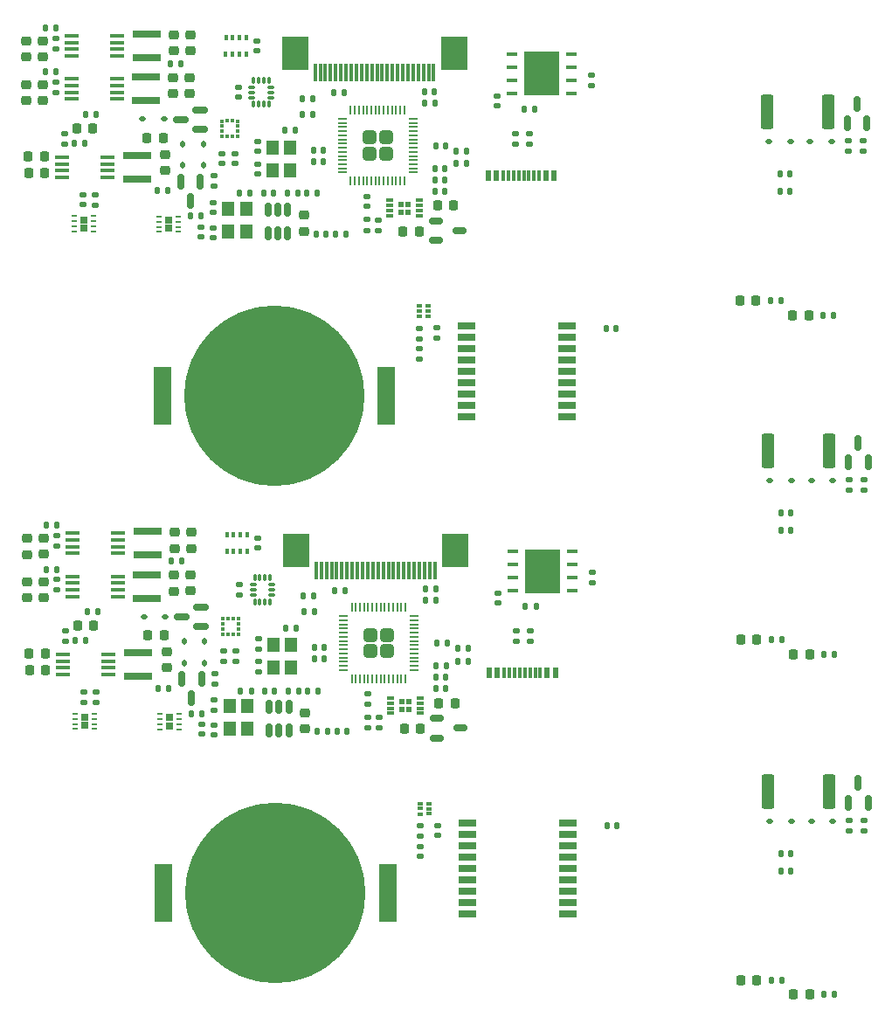
<source format=gbr>
%TF.GenerationSoftware,KiCad,Pcbnew,7.0.5*%
%TF.CreationDate,2024-03-18T15:41:44+09:00*%
%TF.ProjectId,ikafly_rev0a_p,696b6166-6c79-45f7-9265-7630615f702e,rev?*%
%TF.SameCoordinates,Original*%
%TF.FileFunction,Paste,Top*%
%TF.FilePolarity,Positive*%
%FSLAX46Y46*%
G04 Gerber Fmt 4.6, Leading zero omitted, Abs format (unit mm)*
G04 Created by KiCad (PCBNEW 7.0.5) date 2024-03-18 15:41:44*
%MOMM*%
%LPD*%
G01*
G04 APERTURE LIST*
G04 Aperture macros list*
%AMRoundRect*
0 Rectangle with rounded corners*
0 $1 Rounding radius*
0 $2 $3 $4 $5 $6 $7 $8 $9 X,Y pos of 4 corners*
0 Add a 4 corners polygon primitive as box body*
4,1,4,$2,$3,$4,$5,$6,$7,$8,$9,$2,$3,0*
0 Add four circle primitives for the rounded corners*
1,1,$1+$1,$2,$3*
1,1,$1+$1,$4,$5*
1,1,$1+$1,$6,$7*
1,1,$1+$1,$8,$9*
0 Add four rect primitives between the rounded corners*
20,1,$1+$1,$2,$3,$4,$5,0*
20,1,$1+$1,$4,$5,$6,$7,0*
20,1,$1+$1,$6,$7,$8,$9,0*
20,1,$1+$1,$8,$9,$2,$3,0*%
G04 Aperture macros list end*
%ADD10RoundRect,0.150000X0.150000X-0.587500X0.150000X0.587500X-0.150000X0.587500X-0.150000X-0.587500X0*%
%ADD11RoundRect,0.140000X0.140000X0.170000X-0.140000X0.170000X-0.140000X-0.170000X0.140000X-0.170000X0*%
%ADD12RoundRect,0.135000X0.135000X0.185000X-0.135000X0.185000X-0.135000X-0.185000X0.135000X-0.185000X0*%
%ADD13RoundRect,0.112500X0.187500X0.112500X-0.187500X0.112500X-0.187500X-0.112500X0.187500X-0.112500X0*%
%ADD14RoundRect,0.218750X-0.218750X-0.256250X0.218750X-0.256250X0.218750X0.256250X-0.218750X0.256250X0*%
%ADD15RoundRect,0.112500X-0.187500X-0.112500X0.187500X-0.112500X0.187500X0.112500X-0.187500X0.112500X0*%
%ADD16RoundRect,0.135000X-0.185000X0.135000X-0.185000X-0.135000X0.185000X-0.135000X0.185000X0.135000X0*%
%ADD17RoundRect,0.135000X0.185000X-0.135000X0.185000X0.135000X-0.185000X0.135000X-0.185000X-0.135000X0*%
%ADD18RoundRect,0.250000X0.362500X1.425000X-0.362500X1.425000X-0.362500X-1.425000X0.362500X-1.425000X0*%
%ADD19RoundRect,0.140000X-0.140000X-0.170000X0.140000X-0.170000X0.140000X0.170000X-0.140000X0.170000X0*%
%ADD20RoundRect,0.218750X-0.256250X0.218750X-0.256250X-0.218750X0.256250X-0.218750X0.256250X0.218750X0*%
%ADD21RoundRect,0.225000X0.225000X0.250000X-0.225000X0.250000X-0.225000X-0.250000X0.225000X-0.250000X0*%
%ADD22RoundRect,0.112500X0.112500X-0.187500X0.112500X0.187500X-0.112500X0.187500X-0.112500X-0.187500X0*%
%ADD23RoundRect,0.087500X-0.087500X0.225000X-0.087500X-0.225000X0.087500X-0.225000X0.087500X0.225000X0*%
%ADD24RoundRect,0.087500X-0.225000X0.087500X-0.225000X-0.087500X0.225000X-0.087500X0.225000X0.087500X0*%
%ADD25RoundRect,0.135000X-0.135000X-0.185000X0.135000X-0.185000X0.135000X0.185000X-0.135000X0.185000X0*%
%ADD26R,0.500000X0.600000*%
%ADD27R,0.750000X0.300000*%
%ADD28RoundRect,0.140000X-0.170000X0.140000X-0.170000X-0.140000X0.170000X-0.140000X0.170000X0.140000X0*%
%ADD29RoundRect,0.225000X-0.250000X0.225000X-0.250000X-0.225000X0.250000X-0.225000X0.250000X0.225000X0*%
%ADD30RoundRect,0.150000X0.587500X0.150000X-0.587500X0.150000X-0.587500X-0.150000X0.587500X-0.150000X0*%
%ADD31RoundRect,0.140000X0.170000X-0.140000X0.170000X0.140000X-0.170000X0.140000X-0.170000X-0.140000X0*%
%ADD32R,2.700000X0.800000*%
%ADD33RoundRect,0.147500X0.147500X0.172500X-0.147500X0.172500X-0.147500X-0.172500X0.147500X-0.172500X0*%
%ADD34R,1.425000X0.450000*%
%ADD35RoundRect,0.225000X0.250000X-0.225000X0.250000X0.225000X-0.250000X0.225000X-0.250000X-0.225000X0*%
%ADD36RoundRect,0.150000X-0.512500X-0.150000X0.512500X-0.150000X0.512500X0.150000X-0.512500X0.150000X0*%
%ADD37RoundRect,0.150000X0.150000X-0.512500X0.150000X0.512500X-0.150000X0.512500X-0.150000X-0.512500X0*%
%ADD38RoundRect,0.249999X-0.395001X0.395001X-0.395001X-0.395001X0.395001X-0.395001X0.395001X0.395001X0*%
%ADD39RoundRect,0.050000X-0.050000X0.387500X-0.050000X-0.387500X0.050000X-0.387500X0.050000X0.387500X0*%
%ADD40RoundRect,0.050000X-0.387500X0.050000X-0.387500X-0.050000X0.387500X-0.050000X0.387500X0.050000X0*%
%ADD41RoundRect,0.150000X-0.150000X0.587500X-0.150000X-0.587500X0.150000X-0.587500X0.150000X0.587500X0*%
%ADD42RoundRect,0.147500X0.172500X-0.147500X0.172500X0.147500X-0.172500X0.147500X-0.172500X-0.147500X0*%
%ADD43R,0.350000X0.500000*%
%ADD44R,1.800000X0.800000*%
%ADD45R,0.600000X1.140000*%
%ADD46R,0.300000X1.140000*%
%ADD47R,0.750000X0.650000*%
%ADD48R,0.500000X0.250000*%
%ADD49RoundRect,0.112500X-0.112500X0.187500X-0.112500X-0.187500X0.112500X-0.187500X0.112500X0.187500X0*%
%ADD50R,0.375000X0.350000*%
%ADD51R,0.350000X0.375000*%
%ADD52R,0.600000X0.300000*%
%ADD53R,1.200000X1.400000*%
%ADD54R,1.050000X0.450000*%
%ADD55R,3.450000X4.350000*%
%ADD56R,1.750000X5.600000*%
%ADD57C,17.500000*%
%ADD58R,2.500000X3.200000*%
%ADD59R,0.350000X1.800000*%
G04 APERTURE END LIST*
D10*
%TO.C,Q1*%
X216990000Y-119315000D03*
X218890000Y-119315000D03*
X217940000Y-117440000D03*
%TD*%
D11*
%TO.C,C37*%
X211420000Y-124240000D03*
X210460000Y-124240000D03*
%TD*%
D12*
%TO.C,R23*%
X215650000Y-137940000D03*
X214630000Y-137940000D03*
%TD*%
D13*
%TO.C,D4*%
X211490000Y-121140000D03*
X209390000Y-121140000D03*
%TD*%
D11*
%TO.C,C35*%
X211420000Y-125940000D03*
X210460000Y-125940000D03*
%TD*%
D14*
%TO.C,D5*%
X211652500Y-137940000D03*
X213227500Y-137940000D03*
%TD*%
D12*
%TO.C,R24*%
X210550000Y-136540000D03*
X209530000Y-136540000D03*
%TD*%
D15*
%TO.C,D3*%
X213390000Y-121140000D03*
X215490000Y-121140000D03*
%TD*%
D16*
%TO.C,R22*%
X218540000Y-121030000D03*
X218540000Y-122050000D03*
%TD*%
D17*
%TO.C,R21*%
X217040000Y-122050000D03*
X217040000Y-121030000D03*
%TD*%
D14*
%TO.C,D6*%
X206552500Y-136540000D03*
X208127500Y-136540000D03*
%TD*%
D18*
%TO.C,R20*%
X215140000Y-118240000D03*
X209215000Y-118240000D03*
%TD*%
D10*
%TO.C,Q1*%
X216990000Y-86315000D03*
X218890000Y-86315000D03*
X217940000Y-84440000D03*
%TD*%
D11*
%TO.C,C37*%
X211420000Y-91240000D03*
X210460000Y-91240000D03*
%TD*%
D12*
%TO.C,R23*%
X215650000Y-104940000D03*
X214630000Y-104940000D03*
%TD*%
D13*
%TO.C,D4*%
X211490000Y-88140000D03*
X209390000Y-88140000D03*
%TD*%
D11*
%TO.C,C35*%
X211420000Y-92940000D03*
X210460000Y-92940000D03*
%TD*%
D14*
%TO.C,D5*%
X211652500Y-104940000D03*
X213227500Y-104940000D03*
%TD*%
D12*
%TO.C,R24*%
X210550000Y-103540000D03*
X209530000Y-103540000D03*
%TD*%
D15*
%TO.C,D3*%
X213390000Y-88140000D03*
X215490000Y-88140000D03*
%TD*%
D16*
%TO.C,R22*%
X218540000Y-88030000D03*
X218540000Y-89050000D03*
%TD*%
D17*
%TO.C,R21*%
X217040000Y-89050000D03*
X217040000Y-88030000D03*
%TD*%
D14*
%TO.C,D6*%
X206552500Y-103540000D03*
X208127500Y-103540000D03*
%TD*%
D18*
%TO.C,R20*%
X215140000Y-85240000D03*
X209215000Y-85240000D03*
%TD*%
D17*
%TO.C,R10*%
X170400000Y-112060000D03*
X170400000Y-111040000D03*
%TD*%
D19*
%TO.C,C9*%
X176020000Y-98600000D03*
X176980000Y-98600000D03*
%TD*%
D13*
%TO.C,D8*%
X150800000Y-101300000D03*
X148700000Y-101300000D03*
%TD*%
D20*
%TO.C,L3*%
X164300000Y-110612500D03*
X164300000Y-112187500D03*
%TD*%
D21*
%TO.C,C43*%
X139175000Y-106500000D03*
X137625000Y-106500000D03*
%TD*%
D22*
%TO.C,D9*%
X154560000Y-105777500D03*
X154560000Y-103677500D03*
%TD*%
D23*
%TO.C,IC8*%
X160950000Y-97537500D03*
X160450000Y-97537500D03*
X159950000Y-97537500D03*
X159450000Y-97537500D03*
D24*
X159287500Y-98200000D03*
X159287500Y-98700000D03*
X159287500Y-99200000D03*
D23*
X159450000Y-99862500D03*
X159950000Y-99862500D03*
X160450000Y-99862500D03*
X160950000Y-99862500D03*
D24*
X161112500Y-99200000D03*
X161112500Y-98700000D03*
X161112500Y-98200000D03*
%TD*%
D25*
%TO.C,R17*%
X158090000Y-108500000D03*
X159110000Y-108500000D03*
%TD*%
D26*
%TO.C,IC3*%
X174400000Y-110300000D03*
X174400000Y-109550000D03*
X173750000Y-110300000D03*
X173750000Y-109550000D03*
D27*
X175525000Y-110675000D03*
X175525000Y-110175000D03*
X175525000Y-109675000D03*
X175525000Y-109175000D03*
X172625000Y-109175000D03*
X172625000Y-109675000D03*
X172625000Y-110175000D03*
X172625000Y-110675000D03*
%TD*%
D21*
%TO.C,C38*%
X178835000Y-109670000D03*
X177285000Y-109670000D03*
%TD*%
D28*
%TO.C,C14*%
X177200000Y-121520000D03*
X177200000Y-122480000D03*
%TD*%
D29*
%TO.C,C41*%
X150900000Y-104725000D03*
X150900000Y-106275000D03*
%TD*%
D28*
%TO.C,C27*%
X155500000Y-109400000D03*
X155500000Y-110360000D03*
%TD*%
%TO.C,C22*%
X157600000Y-104640000D03*
X157600000Y-105600000D03*
%TD*%
D12*
%TO.C,R34*%
X152410000Y-95900000D03*
X151390000Y-95900000D03*
%TD*%
D30*
%TO.C,Q2*%
X154240000Y-102280000D03*
X154240000Y-100380000D03*
X152365000Y-101330000D03*
%TD*%
D28*
%TO.C,C23*%
X159759057Y-93715000D03*
X159759057Y-94675000D03*
%TD*%
D19*
%TO.C,C3*%
X177120000Y-103900000D03*
X178080000Y-103900000D03*
%TD*%
D31*
%TO.C,C20*%
X158000000Y-99180000D03*
X158000000Y-98220000D03*
%TD*%
D25*
%TO.C,R4*%
X162440000Y-102400000D03*
X163460000Y-102400000D03*
%TD*%
D21*
%TO.C,C39*%
X175475000Y-112200000D03*
X173925000Y-112200000D03*
%TD*%
D32*
%TO.C,L8*%
X149100000Y-93050000D03*
X149100000Y-95350000D03*
%TD*%
D33*
%TO.C,L2*%
X168385000Y-112400000D03*
X167415000Y-112400000D03*
%TD*%
D34*
%TO.C,PS1*%
X145287000Y-106925000D03*
X145287000Y-106275000D03*
X145287000Y-105625000D03*
X145287000Y-104975000D03*
X140863000Y-104975000D03*
X140863000Y-105625000D03*
X140863000Y-106275000D03*
X140863000Y-106925000D03*
%TD*%
D35*
%TO.C,C47*%
X137400000Y-99475000D03*
X137400000Y-97925000D03*
%TD*%
D25*
%TO.C,R9*%
X164190000Y-100800000D03*
X165210000Y-100800000D03*
%TD*%
D29*
%TO.C,C48*%
X153300000Y-93150000D03*
X153300000Y-94700000D03*
%TD*%
D35*
%TO.C,C46*%
X139000000Y-99500000D03*
X139000000Y-97950000D03*
%TD*%
D34*
%TO.C,PS3*%
X146222000Y-95175000D03*
X146222000Y-94525000D03*
X146222000Y-93875000D03*
X146222000Y-93225000D03*
X141798000Y-93225000D03*
X141798000Y-93875000D03*
X141798000Y-94525000D03*
X141798000Y-95175000D03*
%TD*%
D19*
%TO.C,C7*%
X177000000Y-108300000D03*
X177960000Y-108300000D03*
%TD*%
D35*
%TO.C,C51*%
X139000000Y-95250000D03*
X139000000Y-93700000D03*
%TD*%
D12*
%TO.C,R2*%
X180110000Y-105600000D03*
X179090000Y-105600000D03*
%TD*%
%TO.C,R1*%
X180110000Y-104400000D03*
X179090000Y-104400000D03*
%TD*%
D17*
%TO.C,R35*%
X140300000Y-94460000D03*
X140300000Y-93440000D03*
%TD*%
D36*
%TO.C,IC15*%
X177125000Y-111150000D03*
X177125000Y-113050000D03*
X179400000Y-112100000D03*
%TD*%
D19*
%TO.C,C15*%
X193620000Y-121600000D03*
X194580000Y-121600000D03*
%TD*%
D28*
%TO.C,C53*%
X154300000Y-111720000D03*
X154300000Y-112680000D03*
%TD*%
D16*
%TO.C,R27*%
X155570000Y-106790000D03*
X155570000Y-107810000D03*
%TD*%
D37*
%TO.C,IC11*%
X160850000Y-112337500D03*
X161800000Y-112337500D03*
X162750000Y-112337500D03*
X162750000Y-110062500D03*
X161800000Y-110062500D03*
X160850000Y-110062500D03*
%TD*%
D38*
%TO.C,IC2*%
X172250000Y-103062500D03*
X170650000Y-103062500D03*
X172250000Y-104662500D03*
X170650000Y-104662500D03*
D39*
X174050000Y-100425000D03*
X173650000Y-100425000D03*
X173250000Y-100425000D03*
X172850000Y-100425000D03*
X172450000Y-100425000D03*
X172050000Y-100425000D03*
X171650000Y-100425000D03*
X171250000Y-100425000D03*
X170850000Y-100425000D03*
X170450000Y-100425000D03*
X170050000Y-100425000D03*
X169650000Y-100425000D03*
X169250000Y-100425000D03*
X168850000Y-100425000D03*
D40*
X168012500Y-101262500D03*
X168012500Y-101662500D03*
X168012500Y-102062500D03*
X168012500Y-102462500D03*
X168012500Y-102862500D03*
X168012500Y-103262500D03*
X168012500Y-103662500D03*
X168012500Y-104062500D03*
X168012500Y-104462500D03*
X168012500Y-104862500D03*
X168012500Y-105262500D03*
X168012500Y-105662500D03*
X168012500Y-106062500D03*
X168012500Y-106462500D03*
D39*
X168850000Y-107300000D03*
X169250000Y-107300000D03*
X169650000Y-107300000D03*
X170050000Y-107300000D03*
X170450000Y-107300000D03*
X170850000Y-107300000D03*
X171250000Y-107300000D03*
X171650000Y-107300000D03*
X172050000Y-107300000D03*
X172450000Y-107300000D03*
X172850000Y-107300000D03*
X173250000Y-107300000D03*
X173650000Y-107300000D03*
X174050000Y-107300000D03*
D40*
X174887500Y-106462500D03*
X174887500Y-106062500D03*
X174887500Y-105662500D03*
X174887500Y-105262500D03*
X174887500Y-104862500D03*
X174887500Y-104462500D03*
X174887500Y-104062500D03*
X174887500Y-103662500D03*
X174887500Y-103262500D03*
X174887500Y-102862500D03*
X174887500Y-102462500D03*
X174887500Y-102062500D03*
X174887500Y-101662500D03*
X174887500Y-101262500D03*
%TD*%
D11*
%TO.C,C26*%
X161390000Y-108500000D03*
X160430000Y-108500000D03*
%TD*%
D28*
%TO.C,C11*%
X183000000Y-99020000D03*
X183000000Y-99980000D03*
%TD*%
D32*
%TO.C,L7*%
X149000000Y-97225000D03*
X149000000Y-99525000D03*
%TD*%
D29*
%TO.C,C49*%
X151700000Y-93150000D03*
X151700000Y-94700000D03*
%TD*%
D41*
%TO.C,Q3*%
X154290000Y-107332500D03*
X152390000Y-107332500D03*
X153340000Y-109207500D03*
%TD*%
D31*
%TO.C,C52*%
X142900000Y-109580000D03*
X142900000Y-108620000D03*
%TD*%
%TO.C,C13*%
X175500000Y-124530000D03*
X175500000Y-123570000D03*
%TD*%
%TO.C,C21*%
X156400000Y-105600000D03*
X156400000Y-104640000D03*
%TD*%
D12*
%TO.C,R28*%
X151120000Y-108230000D03*
X150100000Y-108230000D03*
%TD*%
D34*
%TO.C,PS2*%
X146212000Y-99350000D03*
X146212000Y-98700000D03*
X146212000Y-98050000D03*
X146212000Y-97400000D03*
X141788000Y-97400000D03*
X141788000Y-98050000D03*
X141788000Y-98700000D03*
X141788000Y-99350000D03*
%TD*%
D42*
%TO.C,L1*%
X175500000Y-122570000D03*
X175500000Y-121600000D03*
%TD*%
D43*
%TO.C,IC10*%
X158700000Y-95000000D03*
X158050000Y-95000000D03*
X157400000Y-95000000D03*
X156750000Y-95000000D03*
X156760000Y-93400000D03*
X157410000Y-93400000D03*
X158060000Y-93400000D03*
X158710000Y-93400000D03*
%TD*%
D25*
%TO.C,R5*%
X185690000Y-100300000D03*
X186710000Y-100300000D03*
%TD*%
D11*
%TO.C,C8*%
X166200000Y-104300000D03*
X165240000Y-104300000D03*
%TD*%
D17*
%TO.C,R32*%
X140300000Y-98700000D03*
X140300000Y-97680000D03*
%TD*%
D29*
%TO.C,C45*%
X151600000Y-97300000D03*
X151600000Y-98850000D03*
%TD*%
D25*
%TO.C,R16*%
X167170000Y-98760000D03*
X168190000Y-98760000D03*
%TD*%
D12*
%TO.C,R29*%
X143100000Y-103600000D03*
X142080000Y-103600000D03*
%TD*%
D28*
%TO.C,C12*%
X170450000Y-108800000D03*
X170450000Y-109760000D03*
%TD*%
D12*
%TO.C,R33*%
X140270000Y-96720000D03*
X139250000Y-96720000D03*
%TD*%
D19*
%TO.C,C6*%
X176040000Y-99700000D03*
X177000000Y-99700000D03*
%TD*%
D44*
%TO.C,IC5*%
X189800000Y-130100000D03*
X189800000Y-129000000D03*
X189800000Y-127900000D03*
X189800000Y-126800000D03*
X189800000Y-125700000D03*
X189800000Y-124600000D03*
X189800000Y-123500000D03*
X189800000Y-122400000D03*
X189800000Y-121300000D03*
X180100000Y-121300000D03*
X180100000Y-122400000D03*
X180100000Y-123500000D03*
X180100000Y-124600000D03*
X180100000Y-125700000D03*
X180100000Y-126800000D03*
X180100000Y-127900000D03*
X180100000Y-129000000D03*
X180100000Y-130100000D03*
%TD*%
D12*
%TO.C,R36*%
X140310000Y-92450000D03*
X139290000Y-92450000D03*
%TD*%
%TO.C,R18*%
X163710000Y-108500000D03*
X162690000Y-108500000D03*
%TD*%
D17*
%TO.C,R30*%
X141100000Y-103710000D03*
X141100000Y-102690000D03*
%TD*%
D45*
%TO.C,J4*%
X182180000Y-106750000D03*
X182980000Y-106750000D03*
D46*
X183630000Y-106750000D03*
X184130000Y-106750000D03*
X184630000Y-106750000D03*
X185130000Y-106750000D03*
X185630000Y-106750000D03*
X186130000Y-106750000D03*
X186630000Y-106750000D03*
X187130000Y-106750000D03*
D45*
X187780000Y-106750000D03*
X188580000Y-106750000D03*
%TD*%
D17*
%TO.C,R37*%
X144100000Y-109610000D03*
X144100000Y-108590000D03*
%TD*%
D35*
%TO.C,C50*%
X137400000Y-95275000D03*
X137400000Y-93725000D03*
%TD*%
D29*
%TO.C,C44*%
X153200000Y-97275000D03*
X153200000Y-98825000D03*
%TD*%
D31*
%TO.C,C1*%
X159850000Y-104430000D03*
X159850000Y-103470000D03*
%TD*%
D32*
%TO.C,L6*%
X148175000Y-104800000D03*
X148175000Y-107100000D03*
%TD*%
D47*
%TO.C,IC16*%
X143000000Y-111050000D03*
X143000000Y-111850000D03*
D48*
X142050000Y-110700000D03*
X142050000Y-111200000D03*
X142050000Y-111700000D03*
X142050000Y-112200000D03*
X143950000Y-112200000D03*
X143950000Y-111700000D03*
X143950000Y-111200000D03*
X143950000Y-110700000D03*
%TD*%
D49*
%TO.C,D7*%
X152600000Y-103680000D03*
X152600000Y-105780000D03*
%TD*%
D17*
%TO.C,R11*%
X171500000Y-112110000D03*
X171500000Y-111090000D03*
%TD*%
D28*
%TO.C,C2*%
X159850000Y-105670000D03*
X159850000Y-106630000D03*
%TD*%
D50*
%TO.C,IC9*%
X156337500Y-101480000D03*
X156337500Y-101980000D03*
X156337500Y-102480000D03*
X156337500Y-102980000D03*
D51*
X156850000Y-102992500D03*
X157350000Y-102992500D03*
D50*
X157862500Y-102980000D03*
X157862500Y-102480000D03*
X157862500Y-101980000D03*
X157862500Y-101480000D03*
D51*
X157350000Y-101467500D03*
X156850000Y-101467500D03*
%TD*%
D11*
%TO.C,C5*%
X166180000Y-105400000D03*
X165220000Y-105400000D03*
%TD*%
D19*
%TO.C,C4*%
X177040000Y-106100000D03*
X178000000Y-106100000D03*
%TD*%
D25*
%TO.C,R19*%
X164590000Y-108500000D03*
X165610000Y-108500000D03*
%TD*%
D52*
%TO.C,IC18*%
X175500000Y-119412500D03*
X175500000Y-119902500D03*
X175500000Y-120422500D03*
X176340000Y-120412500D03*
X176340000Y-119912500D03*
X176340000Y-119412500D03*
%TD*%
D21*
%TO.C,C42*%
X139150000Y-104900000D03*
X137600000Y-104900000D03*
%TD*%
D17*
%TO.C,R3*%
X192200000Y-98010000D03*
X192200000Y-96990000D03*
%TD*%
D14*
%TO.C,F1*%
X149112500Y-103100000D03*
X150687500Y-103100000D03*
%TD*%
D12*
%TO.C,R31*%
X144210000Y-100800000D03*
X143190000Y-100800000D03*
%TD*%
D11*
%TO.C,C24*%
X166480000Y-112400000D03*
X165520000Y-112400000D03*
%TD*%
D31*
%TO.C,C25*%
X155500000Y-112780000D03*
X155500000Y-111820000D03*
%TD*%
D53*
%TO.C,Y1*%
X161300000Y-104050000D03*
X161300000Y-106250000D03*
X163000000Y-106250000D03*
X163000000Y-104050000D03*
%TD*%
D47*
%TO.C,IC17*%
X151200000Y-111070000D03*
X151200000Y-111870000D03*
D48*
X150250000Y-110720000D03*
X150250000Y-111220000D03*
X150250000Y-111720000D03*
X150250000Y-112220000D03*
X152150000Y-112220000D03*
X152150000Y-111720000D03*
X152150000Y-111220000D03*
X152150000Y-110720000D03*
%TD*%
D12*
%TO.C,R38*%
X154310000Y-110700000D03*
X153290000Y-110700000D03*
%TD*%
D53*
%TO.C,Y2*%
X158700000Y-112200000D03*
X158700000Y-110000000D03*
X157000000Y-110000000D03*
X157000000Y-112200000D03*
%TD*%
D25*
%TO.C,R8*%
X164140000Y-99280000D03*
X165160000Y-99280000D03*
%TD*%
D17*
%TO.C,R13*%
X184800000Y-103710000D03*
X184800000Y-102690000D03*
%TD*%
D54*
%TO.C,IC1*%
X190200000Y-98800000D03*
X190200000Y-97530000D03*
X190200000Y-96260000D03*
X190200000Y-94990000D03*
X184500000Y-94990000D03*
X184500000Y-96260000D03*
X184500000Y-97530000D03*
X184500000Y-98800000D03*
D55*
X187350000Y-96895000D03*
%TD*%
D56*
%TO.C,BT2*%
X150575000Y-128080000D03*
X172325000Y-128080000D03*
D57*
X161450000Y-128080000D03*
%TD*%
D17*
%TO.C,R12*%
X186200000Y-103710000D03*
X186200000Y-102690000D03*
%TD*%
D19*
%TO.C,C10*%
X177020000Y-107200000D03*
X177980000Y-107200000D03*
%TD*%
D58*
%TO.C,J6*%
X163450000Y-94900000D03*
X178850000Y-94900000D03*
D59*
X165400000Y-96800000D03*
X165900000Y-96800000D03*
X166400000Y-96800000D03*
X166900000Y-96800000D03*
X167400000Y-96800000D03*
X167900000Y-96800000D03*
X168400000Y-96800000D03*
X168900000Y-96800000D03*
X169400000Y-96800000D03*
X169900000Y-96800000D03*
X170400000Y-96800000D03*
X170900000Y-96800000D03*
X171400000Y-96800000D03*
X171900000Y-96800000D03*
X172400000Y-96800000D03*
X172900000Y-96800000D03*
X173400000Y-96800000D03*
X173900000Y-96800000D03*
X174400000Y-96800000D03*
X174900000Y-96800000D03*
X175400000Y-96800000D03*
X175900000Y-96800000D03*
X176400000Y-96800000D03*
X176900000Y-96800000D03*
%TD*%
D21*
%TO.C,C40*%
X143840000Y-102190000D03*
X142290000Y-102190000D03*
%TD*%
%TO.C,C40*%
X143740000Y-53990000D03*
X142190000Y-53990000D03*
%TD*%
D17*
%TO.C,R12*%
X186100000Y-55510000D03*
X186100000Y-54490000D03*
%TD*%
D19*
%TO.C,C10*%
X176920000Y-59000000D03*
X177880000Y-59000000D03*
%TD*%
D58*
%TO.C,J6*%
X163350000Y-46700000D03*
X178750000Y-46700000D03*
D59*
X165300000Y-48600000D03*
X165800000Y-48600000D03*
X166300000Y-48600000D03*
X166800000Y-48600000D03*
X167300000Y-48600000D03*
X167800000Y-48600000D03*
X168300000Y-48600000D03*
X168800000Y-48600000D03*
X169300000Y-48600000D03*
X169800000Y-48600000D03*
X170300000Y-48600000D03*
X170800000Y-48600000D03*
X171300000Y-48600000D03*
X171800000Y-48600000D03*
X172300000Y-48600000D03*
X172800000Y-48600000D03*
X173300000Y-48600000D03*
X173800000Y-48600000D03*
X174300000Y-48600000D03*
X174800000Y-48600000D03*
X175300000Y-48600000D03*
X175800000Y-48600000D03*
X176300000Y-48600000D03*
X176800000Y-48600000D03*
%TD*%
D18*
%TO.C,R20*%
X215040000Y-52400000D03*
X209115000Y-52400000D03*
%TD*%
D29*
%TO.C,C41*%
X150800000Y-56525000D03*
X150800000Y-58075000D03*
%TD*%
D35*
%TO.C,C46*%
X138900000Y-51300000D03*
X138900000Y-49750000D03*
%TD*%
D28*
%TO.C,C27*%
X155400000Y-61200000D03*
X155400000Y-62160000D03*
%TD*%
D12*
%TO.C,R34*%
X152310000Y-47700000D03*
X151290000Y-47700000D03*
%TD*%
D32*
%TO.C,L8*%
X149000000Y-44850000D03*
X149000000Y-47150000D03*
%TD*%
D28*
%TO.C,C23*%
X159659057Y-45515000D03*
X159659057Y-46475000D03*
%TD*%
D33*
%TO.C,L2*%
X168285000Y-64200000D03*
X167315000Y-64200000D03*
%TD*%
D29*
%TO.C,C48*%
X153200000Y-44950000D03*
X153200000Y-46500000D03*
%TD*%
D30*
%TO.C,Q2*%
X154140000Y-54080000D03*
X154140000Y-52180000D03*
X152265000Y-53130000D03*
%TD*%
D28*
%TO.C,C22*%
X157500000Y-56440000D03*
X157500000Y-57400000D03*
%TD*%
D12*
%TO.C,R23*%
X215550000Y-72100000D03*
X214530000Y-72100000D03*
%TD*%
D25*
%TO.C,R9*%
X164090000Y-52600000D03*
X165110000Y-52600000D03*
%TD*%
D31*
%TO.C,C20*%
X157900000Y-50980000D03*
X157900000Y-50020000D03*
%TD*%
D35*
%TO.C,C47*%
X137300000Y-51275000D03*
X137300000Y-49725000D03*
%TD*%
D25*
%TO.C,R4*%
X162340000Y-54200000D03*
X163360000Y-54200000D03*
%TD*%
D19*
%TO.C,C3*%
X177020000Y-55700000D03*
X177980000Y-55700000D03*
%TD*%
D13*
%TO.C,D4*%
X211390000Y-55300000D03*
X209290000Y-55300000D03*
%TD*%
D34*
%TO.C,PS1*%
X145187000Y-58725000D03*
X145187000Y-58075000D03*
X145187000Y-57425000D03*
X145187000Y-56775000D03*
X140763000Y-56775000D03*
X140763000Y-57425000D03*
X140763000Y-58075000D03*
X140763000Y-58725000D03*
%TD*%
D21*
%TO.C,C39*%
X175375000Y-64000000D03*
X173825000Y-64000000D03*
%TD*%
D25*
%TO.C,R5*%
X185590000Y-52100000D03*
X186610000Y-52100000D03*
%TD*%
D42*
%TO.C,L1*%
X175400000Y-74370000D03*
X175400000Y-73400000D03*
%TD*%
D12*
%TO.C,R28*%
X151020000Y-60030000D03*
X150000000Y-60030000D03*
%TD*%
D31*
%TO.C,C21*%
X156300000Y-57400000D03*
X156300000Y-56440000D03*
%TD*%
%TO.C,C13*%
X175400000Y-76330000D03*
X175400000Y-75370000D03*
%TD*%
D14*
%TO.C,D5*%
X211552500Y-72100000D03*
X213127500Y-72100000D03*
%TD*%
D12*
%TO.C,R33*%
X140170000Y-48520000D03*
X139150000Y-48520000D03*
%TD*%
D29*
%TO.C,C49*%
X151600000Y-44950000D03*
X151600000Y-46500000D03*
%TD*%
D11*
%TO.C,C8*%
X166100000Y-56100000D03*
X165140000Y-56100000D03*
%TD*%
D43*
%TO.C,IC10*%
X158600000Y-46800000D03*
X157950000Y-46800000D03*
X157300000Y-46800000D03*
X156650000Y-46800000D03*
X156660000Y-45200000D03*
X157310000Y-45200000D03*
X157960000Y-45200000D03*
X158610000Y-45200000D03*
%TD*%
D34*
%TO.C,PS2*%
X146112000Y-51150000D03*
X146112000Y-50500000D03*
X146112000Y-49850000D03*
X146112000Y-49200000D03*
X141688000Y-49200000D03*
X141688000Y-49850000D03*
X141688000Y-50500000D03*
X141688000Y-51150000D03*
%TD*%
D17*
%TO.C,R32*%
X140200000Y-50500000D03*
X140200000Y-49480000D03*
%TD*%
D28*
%TO.C,C12*%
X170350000Y-60600000D03*
X170350000Y-61560000D03*
%TD*%
D12*
%TO.C,R24*%
X210450000Y-70700000D03*
X209430000Y-70700000D03*
%TD*%
D19*
%TO.C,C6*%
X175940000Y-51500000D03*
X176900000Y-51500000D03*
%TD*%
D31*
%TO.C,C52*%
X142800000Y-61380000D03*
X142800000Y-60420000D03*
%TD*%
D41*
%TO.C,Q3*%
X154190000Y-59132500D03*
X152290000Y-59132500D03*
X153240000Y-61007500D03*
%TD*%
D29*
%TO.C,C45*%
X151500000Y-49100000D03*
X151500000Y-50650000D03*
%TD*%
D32*
%TO.C,L7*%
X148900000Y-49025000D03*
X148900000Y-51325000D03*
%TD*%
D28*
%TO.C,C11*%
X182900000Y-50820000D03*
X182900000Y-51780000D03*
%TD*%
D12*
%TO.C,R29*%
X143000000Y-55400000D03*
X141980000Y-55400000D03*
%TD*%
D11*
%TO.C,C26*%
X161290000Y-60300000D03*
X160330000Y-60300000D03*
%TD*%
D25*
%TO.C,R16*%
X167070000Y-50560000D03*
X168090000Y-50560000D03*
%TD*%
D16*
%TO.C,R27*%
X155470000Y-58590000D03*
X155470000Y-59610000D03*
%TD*%
D12*
%TO.C,R1*%
X180010000Y-56200000D03*
X178990000Y-56200000D03*
%TD*%
D19*
%TO.C,C7*%
X176900000Y-60100000D03*
X177860000Y-60100000D03*
%TD*%
D35*
%TO.C,C51*%
X138900000Y-47050000D03*
X138900000Y-45500000D03*
%TD*%
D38*
%TO.C,IC2*%
X172150000Y-54862500D03*
X170550000Y-54862500D03*
X172150000Y-56462500D03*
X170550000Y-56462500D03*
D39*
X173950000Y-52225000D03*
X173550000Y-52225000D03*
X173150000Y-52225000D03*
X172750000Y-52225000D03*
X172350000Y-52225000D03*
X171950000Y-52225000D03*
X171550000Y-52225000D03*
X171150000Y-52225000D03*
X170750000Y-52225000D03*
X170350000Y-52225000D03*
X169950000Y-52225000D03*
X169550000Y-52225000D03*
X169150000Y-52225000D03*
X168750000Y-52225000D03*
D40*
X167912500Y-53062500D03*
X167912500Y-53462500D03*
X167912500Y-53862500D03*
X167912500Y-54262500D03*
X167912500Y-54662500D03*
X167912500Y-55062500D03*
X167912500Y-55462500D03*
X167912500Y-55862500D03*
X167912500Y-56262500D03*
X167912500Y-56662500D03*
X167912500Y-57062500D03*
X167912500Y-57462500D03*
X167912500Y-57862500D03*
X167912500Y-58262500D03*
D39*
X168750000Y-59100000D03*
X169150000Y-59100000D03*
X169550000Y-59100000D03*
X169950000Y-59100000D03*
X170350000Y-59100000D03*
X170750000Y-59100000D03*
X171150000Y-59100000D03*
X171550000Y-59100000D03*
X171950000Y-59100000D03*
X172350000Y-59100000D03*
X172750000Y-59100000D03*
X173150000Y-59100000D03*
X173550000Y-59100000D03*
X173950000Y-59100000D03*
D40*
X174787500Y-58262500D03*
X174787500Y-57862500D03*
X174787500Y-57462500D03*
X174787500Y-57062500D03*
X174787500Y-56662500D03*
X174787500Y-56262500D03*
X174787500Y-55862500D03*
X174787500Y-55462500D03*
X174787500Y-55062500D03*
X174787500Y-54662500D03*
X174787500Y-54262500D03*
X174787500Y-53862500D03*
X174787500Y-53462500D03*
X174787500Y-53062500D03*
%TD*%
D36*
%TO.C,IC15*%
X177025000Y-62950000D03*
X177025000Y-64850000D03*
X179300000Y-63900000D03*
%TD*%
D28*
%TO.C,C53*%
X154200000Y-63520000D03*
X154200000Y-64480000D03*
%TD*%
D12*
%TO.C,R2*%
X180010000Y-57400000D03*
X178990000Y-57400000D03*
%TD*%
D37*
%TO.C,IC11*%
X160750000Y-64137500D03*
X161700000Y-64137500D03*
X162650000Y-64137500D03*
X162650000Y-61862500D03*
X161700000Y-61862500D03*
X160750000Y-61862500D03*
%TD*%
D19*
%TO.C,C15*%
X193520000Y-73400000D03*
X194480000Y-73400000D03*
%TD*%
D17*
%TO.C,R35*%
X140200000Y-46260000D03*
X140200000Y-45240000D03*
%TD*%
D11*
%TO.C,C35*%
X211320000Y-60100000D03*
X210360000Y-60100000D03*
%TD*%
D34*
%TO.C,PS3*%
X146122000Y-46975000D03*
X146122000Y-46325000D03*
X146122000Y-45675000D03*
X146122000Y-45025000D03*
X141698000Y-45025000D03*
X141698000Y-45675000D03*
X141698000Y-46325000D03*
X141698000Y-46975000D03*
%TD*%
D25*
%TO.C,R19*%
X164490000Y-60300000D03*
X165510000Y-60300000D03*
%TD*%
D56*
%TO.C,BT2*%
X150475000Y-79880000D03*
X172225000Y-79880000D03*
D57*
X161350000Y-79880000D03*
%TD*%
D31*
%TO.C,C25*%
X155400000Y-64580000D03*
X155400000Y-63620000D03*
%TD*%
D53*
%TO.C,Y1*%
X161200000Y-55850000D03*
X161200000Y-58050000D03*
X162900000Y-58050000D03*
X162900000Y-55850000D03*
%TD*%
D12*
%TO.C,R38*%
X154210000Y-62500000D03*
X153190000Y-62500000D03*
%TD*%
D14*
%TO.C,D6*%
X206452500Y-70700000D03*
X208027500Y-70700000D03*
%TD*%
D17*
%TO.C,R3*%
X192100000Y-49810000D03*
X192100000Y-48790000D03*
%TD*%
D11*
%TO.C,C5*%
X166080000Y-57200000D03*
X165120000Y-57200000D03*
%TD*%
D14*
%TO.C,F1*%
X149012500Y-54900000D03*
X150587500Y-54900000D03*
%TD*%
D25*
%TO.C,R8*%
X164040000Y-51080000D03*
X165060000Y-51080000D03*
%TD*%
D17*
%TO.C,R13*%
X184700000Y-55510000D03*
X184700000Y-54490000D03*
%TD*%
D47*
%TO.C,IC17*%
X151100000Y-62870000D03*
X151100000Y-63670000D03*
D48*
X150150000Y-62520000D03*
X150150000Y-63020000D03*
X150150000Y-63520000D03*
X150150000Y-64020000D03*
X152050000Y-64020000D03*
X152050000Y-63520000D03*
X152050000Y-63020000D03*
X152050000Y-62520000D03*
%TD*%
D11*
%TO.C,C24*%
X166380000Y-64200000D03*
X165420000Y-64200000D03*
%TD*%
D12*
%TO.C,R31*%
X144110000Y-52600000D03*
X143090000Y-52600000D03*
%TD*%
D21*
%TO.C,C42*%
X139050000Y-56700000D03*
X137500000Y-56700000D03*
%TD*%
D53*
%TO.C,Y2*%
X158600000Y-64000000D03*
X158600000Y-61800000D03*
X156900000Y-61800000D03*
X156900000Y-64000000D03*
%TD*%
D52*
%TO.C,IC18*%
X175400000Y-71212500D03*
X175400000Y-71702500D03*
X175400000Y-72222500D03*
X176240000Y-72212500D03*
X176240000Y-71712500D03*
X176240000Y-71212500D03*
%TD*%
D19*
%TO.C,C4*%
X176940000Y-57900000D03*
X177900000Y-57900000D03*
%TD*%
D50*
%TO.C,IC9*%
X156237500Y-53280000D03*
X156237500Y-53780000D03*
X156237500Y-54280000D03*
X156237500Y-54780000D03*
D51*
X156750000Y-54792500D03*
X157250000Y-54792500D03*
D50*
X157762500Y-54780000D03*
X157762500Y-54280000D03*
X157762500Y-53780000D03*
X157762500Y-53280000D03*
D51*
X157250000Y-53267500D03*
X156750000Y-53267500D03*
%TD*%
D54*
%TO.C,IC1*%
X190100000Y-50600000D03*
X190100000Y-49330000D03*
X190100000Y-48060000D03*
X190100000Y-46790000D03*
X184400000Y-46790000D03*
X184400000Y-48060000D03*
X184400000Y-49330000D03*
X184400000Y-50600000D03*
D55*
X187250000Y-48695000D03*
%TD*%
D29*
%TO.C,C44*%
X153100000Y-49075000D03*
X153100000Y-50625000D03*
%TD*%
D47*
%TO.C,IC16*%
X142900000Y-62850000D03*
X142900000Y-63650000D03*
D48*
X141950000Y-62500000D03*
X141950000Y-63000000D03*
X141950000Y-63500000D03*
X141950000Y-64000000D03*
X143850000Y-64000000D03*
X143850000Y-63500000D03*
X143850000Y-63000000D03*
X143850000Y-62500000D03*
%TD*%
D16*
%TO.C,R22*%
X218440000Y-55190000D03*
X218440000Y-56210000D03*
%TD*%
D15*
%TO.C,D3*%
X213290000Y-55300000D03*
X215390000Y-55300000D03*
%TD*%
D17*
%TO.C,R21*%
X216940000Y-56210000D03*
X216940000Y-55190000D03*
%TD*%
D35*
%TO.C,C50*%
X137300000Y-47075000D03*
X137300000Y-45525000D03*
%TD*%
D17*
%TO.C,R37*%
X144000000Y-61410000D03*
X144000000Y-60390000D03*
%TD*%
D45*
%TO.C,J4*%
X182080000Y-58550000D03*
X182880000Y-58550000D03*
D46*
X183530000Y-58550000D03*
X184030000Y-58550000D03*
X184530000Y-58550000D03*
X185030000Y-58550000D03*
X185530000Y-58550000D03*
X186030000Y-58550000D03*
X186530000Y-58550000D03*
X187030000Y-58550000D03*
D45*
X187680000Y-58550000D03*
X188480000Y-58550000D03*
%TD*%
D28*
%TO.C,C2*%
X159750000Y-57470000D03*
X159750000Y-58430000D03*
%TD*%
D32*
%TO.C,L6*%
X148075000Y-56600000D03*
X148075000Y-58900000D03*
%TD*%
D17*
%TO.C,R30*%
X141000000Y-55510000D03*
X141000000Y-54490000D03*
%TD*%
D12*
%TO.C,R18*%
X163610000Y-60300000D03*
X162590000Y-60300000D03*
%TD*%
D44*
%TO.C,IC5*%
X189700000Y-81900000D03*
X189700000Y-80800000D03*
X189700000Y-79700000D03*
X189700000Y-78600000D03*
X189700000Y-77500000D03*
X189700000Y-76400000D03*
X189700000Y-75300000D03*
X189700000Y-74200000D03*
X189700000Y-73100000D03*
X180000000Y-73100000D03*
X180000000Y-74200000D03*
X180000000Y-75300000D03*
X180000000Y-76400000D03*
X180000000Y-77500000D03*
X180000000Y-78600000D03*
X180000000Y-79700000D03*
X180000000Y-80800000D03*
X180000000Y-81900000D03*
%TD*%
D12*
%TO.C,R36*%
X140210000Y-44250000D03*
X139190000Y-44250000D03*
%TD*%
D17*
%TO.C,R11*%
X171400000Y-63910000D03*
X171400000Y-62890000D03*
%TD*%
D31*
%TO.C,C1*%
X159750000Y-56230000D03*
X159750000Y-55270000D03*
%TD*%
D49*
%TO.C,D7*%
X152500000Y-55480000D03*
X152500000Y-57580000D03*
%TD*%
D26*
%TO.C,IC3*%
X174300000Y-62100000D03*
X174300000Y-61350000D03*
X173650000Y-62100000D03*
X173650000Y-61350000D03*
D27*
X175425000Y-62475000D03*
X175425000Y-61975000D03*
X175425000Y-61475000D03*
X175425000Y-60975000D03*
X172525000Y-60975000D03*
X172525000Y-61475000D03*
X172525000Y-61975000D03*
X172525000Y-62475000D03*
%TD*%
D11*
%TO.C,C37*%
X211320000Y-58400000D03*
X210360000Y-58400000D03*
%TD*%
D25*
%TO.C,R17*%
X157990000Y-60300000D03*
X159010000Y-60300000D03*
%TD*%
D20*
%TO.C,L3*%
X164200000Y-62412500D03*
X164200000Y-63987500D03*
%TD*%
D23*
%TO.C,IC8*%
X160850000Y-49337500D03*
X160350000Y-49337500D03*
X159850000Y-49337500D03*
X159350000Y-49337500D03*
D24*
X159187500Y-50000000D03*
X159187500Y-50500000D03*
X159187500Y-51000000D03*
D23*
X159350000Y-51662500D03*
X159850000Y-51662500D03*
X160350000Y-51662500D03*
X160850000Y-51662500D03*
D24*
X161012500Y-51000000D03*
X161012500Y-50500000D03*
X161012500Y-50000000D03*
%TD*%
D13*
%TO.C,D8*%
X150700000Y-53100000D03*
X148600000Y-53100000D03*
%TD*%
D22*
%TO.C,D9*%
X154460000Y-57577500D03*
X154460000Y-55477500D03*
%TD*%
D21*
%TO.C,C43*%
X139075000Y-58300000D03*
X137525000Y-58300000D03*
%TD*%
%TO.C,C38*%
X178735000Y-61470000D03*
X177185000Y-61470000D03*
%TD*%
D10*
%TO.C,Q1*%
X216890000Y-53475000D03*
X218790000Y-53475000D03*
X217840000Y-51600000D03*
%TD*%
D28*
%TO.C,C14*%
X177100000Y-73320000D03*
X177100000Y-74280000D03*
%TD*%
D19*
%TO.C,C9*%
X175920000Y-50400000D03*
X176880000Y-50400000D03*
%TD*%
D17*
%TO.C,R10*%
X170300000Y-63860000D03*
X170300000Y-62840000D03*
%TD*%
M02*

</source>
